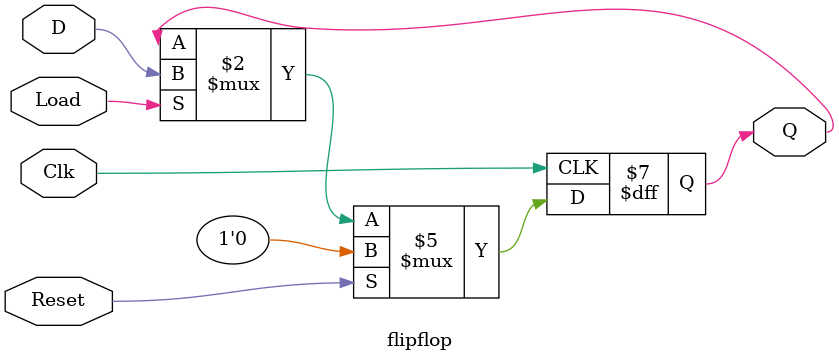
<source format=sv>
module flipflop (input  logic Clk, Reset, Load,
              input  logic D,
              output logic Q); // basically a d flip flop

always_ff @ (posedge Clk) begin
	if (Reset)
		Q <= 1'b0;
	else if (Load)
		Q <= D;
end


endmodule

</source>
